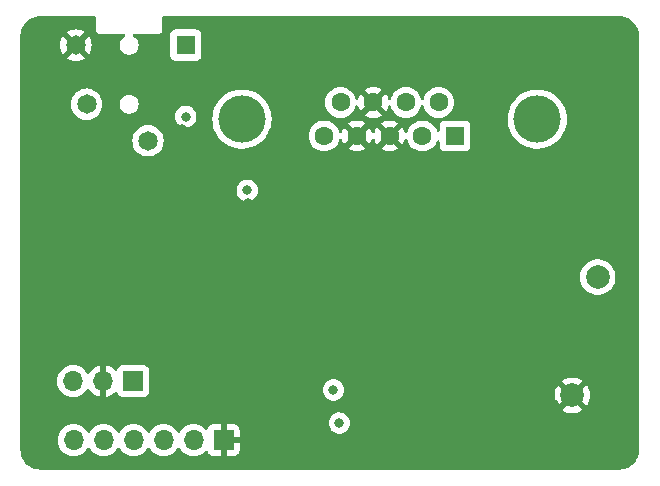
<source format=gbr>
%TF.GenerationSoftware,KiCad,Pcbnew,7.0.7-7.0.7~ubuntu22.04.1*%
%TF.CreationDate,2023-09-02T15:09:26-04:00*%
%TF.ProjectId,avclan-mockingboard-rounded,6176636c-616e-42d6-9d6f-636b696e6762,rev?*%
%TF.SameCoordinates,Original*%
%TF.FileFunction,Copper,L2,Inr*%
%TF.FilePolarity,Positive*%
%FSLAX46Y46*%
G04 Gerber Fmt 4.6, Leading zero omitted, Abs format (unit mm)*
G04 Created by KiCad (PCBNEW 7.0.7-7.0.7~ubuntu22.04.1) date 2023-09-02 15:09:26*
%MOMM*%
%LPD*%
G01*
G04 APERTURE LIST*
%TA.AperFunction,ComponentPad*%
%ADD10C,2.000000*%
%TD*%
%TA.AperFunction,ComponentPad*%
%ADD11R,1.700000X1.700000*%
%TD*%
%TA.AperFunction,ComponentPad*%
%ADD12O,1.700000X1.700000*%
%TD*%
%TA.AperFunction,ComponentPad*%
%ADD13R,1.650000X1.650000*%
%TD*%
%TA.AperFunction,ComponentPad*%
%ADD14C,1.650000*%
%TD*%
%TA.AperFunction,ComponentPad*%
%ADD15C,4.000000*%
%TD*%
%TA.AperFunction,ComponentPad*%
%ADD16R,1.600000X1.600000*%
%TD*%
%TA.AperFunction,ComponentPad*%
%ADD17C,1.600000*%
%TD*%
%TA.AperFunction,ViaPad*%
%ADD18C,0.800000*%
%TD*%
G04 APERTURE END LIST*
D10*
%TO.N,+12V*%
%TO.C,RV1*%
X49175000Y-22400000D03*
%TO.N,GND*%
X47025000Y-32400000D03*
%TD*%
D11*
%TO.N,GND*%
%TO.C,J4*%
X17500000Y-36200000D03*
D12*
%TO.N,CTS*%
X14960000Y-36200000D03*
%TO.N,SERIAL_PWR*%
X12420000Y-36200000D03*
%TO.N,TxD*%
X9880000Y-36200000D03*
%TO.N,RxD*%
X7340000Y-36200000D03*
%TO.N,RTS*%
X4800000Y-36200000D03*
%TD*%
D13*
%TO.N,Net-(J1-S)*%
%TO.C,J1*%
X14300000Y-2750000D03*
D14*
%TO.N,AUDIO_L*%
X5900000Y-7750000D03*
%TO.N,AUDIO_R*%
X11100000Y-10850000D03*
%TO.N,GND*%
X5000000Y-2750000D03*
%TD*%
D15*
%TO.N,N/C*%
%TO.C,J2*%
X44055000Y-9020000D03*
X19055000Y-9020000D03*
D16*
%TO.N,+12V*%
X37095000Y-10440000D03*
D17*
%TO.N,AVCLAN_BUS_TX+*%
X34325000Y-10440000D03*
%TO.N,GND*%
X31555000Y-10440000D03*
X28785000Y-10440000D03*
%TO.N,/AUDIO-R*%
X26015000Y-10440000D03*
%TO.N,Net-(J2-IGN{slash}ACC)*%
X35710000Y-7600000D03*
%TO.N,AVCLAN_BUS_TX-*%
X32940000Y-7600000D03*
%TO.N,GND*%
X30170000Y-7600000D03*
%TO.N,/AUDIO-L*%
X27400000Y-7600000D03*
%TD*%
D11*
%TO.N,UPDI_PWR*%
%TO.C,J3*%
X9850000Y-31200000D03*
D12*
%TO.N,GND*%
X7310000Y-31200000D03*
%TO.N,Net-(J3-Pin_3)*%
X4770000Y-31200000D03*
%TD*%
D18*
%TO.N,GND*%
X24500000Y-7300000D03*
X10250000Y-6100000D03*
X13950000Y-9850000D03*
X51500000Y-19500000D03*
X37750000Y-25500000D03*
X6000000Y-1000000D03*
X25000000Y-33100000D03*
X15500000Y-6050000D03*
X45500000Y-37500000D03*
X51500000Y-1500000D03*
X51500000Y-28500000D03*
X12300000Y-32000000D03*
X19537500Y-16150000D03*
X13200000Y-32900000D03*
X12400000Y-12700000D03*
X51500000Y-10500000D03*
X45750000Y-28250000D03*
X26000000Y-12500000D03*
X47000000Y-12250000D03*
X47800000Y-6600000D03*
X41800000Y-36500000D03*
X38250000Y-37500000D03*
X41775000Y-29800000D03*
X6200000Y-10300000D03*
X45475000Y-33100000D03*
X1500000Y-9000000D03*
X44500000Y-1000000D03*
X37500000Y-8500000D03*
X45750000Y-25750000D03*
X37000000Y-1000000D03*
X43500000Y-36500000D03*
X30800000Y-37500000D03*
X37675000Y-33050000D03*
X30000000Y-1000000D03*
X45475000Y-34550000D03*
X45475000Y-31450000D03*
X49400000Y-4800000D03*
X1500000Y-16500000D03*
X33000000Y-28000000D03*
X13000000Y-1000000D03*
X20000000Y-1000000D03*
X51000000Y-6600000D03*
X40100000Y-36500000D03*
X37250000Y-20500000D03*
X13500000Y-16300000D03*
X37975000Y-34550000D03*
X30600000Y-31400000D03*
X51500000Y-37500000D03*
X1500000Y-1500000D03*
X18000000Y-12500000D03*
X31000000Y-27200000D03*
X38700000Y-15300000D03*
X40075000Y-29800000D03*
X37975000Y-31450000D03*
X43475000Y-29550000D03*
%TO.N,+5V*%
X26800000Y-31950000D03*
X19500000Y-15050000D03*
%TO.N,UPDI_PWR*%
X27300000Y-34750000D03*
%TO.N,Net-(J1-S)*%
X14300000Y-8800000D03*
%TD*%
%TA.AperFunction,Conductor*%
%TO.N,GND*%
G36*
X6642539Y-320185D02*
G01*
X6688294Y-372989D01*
X6699500Y-424500D01*
X6699500Y-1440784D01*
X6696437Y-1462745D01*
X6695598Y-1471792D01*
X6699235Y-1511035D01*
X6699500Y-1516758D01*
X6699500Y-1527843D01*
X6699501Y-1527855D01*
X6701536Y-1538749D01*
X6702327Y-1544415D01*
X6705964Y-1583658D01*
X6708443Y-1592372D01*
X6711667Y-1601989D01*
X6714938Y-1610432D01*
X6714939Y-1610433D01*
X6735690Y-1643948D01*
X6738467Y-1648933D01*
X6744442Y-1660931D01*
X6756042Y-1684228D01*
X6761526Y-1691490D01*
X6767957Y-1699235D01*
X6774080Y-1705951D01*
X6805535Y-1729706D01*
X6809943Y-1733366D01*
X6810006Y-1733423D01*
X6839067Y-1759916D01*
X6839068Y-1759916D01*
X6839069Y-1759917D01*
X6846797Y-1764702D01*
X6855580Y-1769594D01*
X6863732Y-1773653D01*
X6863736Y-1773656D01*
X6901660Y-1784445D01*
X6907054Y-1786253D01*
X6943827Y-1800500D01*
X6943829Y-1800500D01*
X6952755Y-1802169D01*
X6962742Y-1803562D01*
X6971792Y-1804401D01*
X6971792Y-1804400D01*
X6971793Y-1804401D01*
X6980847Y-1803562D01*
X7011036Y-1800765D01*
X7016759Y-1800500D01*
X9068580Y-1800500D01*
X9135619Y-1820185D01*
X9181374Y-1872989D01*
X9191318Y-1942147D01*
X9162293Y-2005703D01*
X9134552Y-2029494D01*
X8995227Y-2117036D01*
X8867036Y-2245227D01*
X8770583Y-2398732D01*
X8770582Y-2398735D01*
X8710705Y-2569854D01*
X8690409Y-2749996D01*
X8690409Y-2750003D01*
X8710705Y-2930145D01*
X8770582Y-3101264D01*
X8770583Y-3101267D01*
X8820463Y-3180651D01*
X8867036Y-3254772D01*
X8995228Y-3382964D01*
X9148732Y-3479416D01*
X9319849Y-3539293D01*
X9319852Y-3539293D01*
X9319854Y-3539294D01*
X9410799Y-3549540D01*
X9454810Y-3554499D01*
X9454813Y-3554500D01*
X9454816Y-3554500D01*
X9545187Y-3554500D01*
X9545188Y-3554499D01*
X9612667Y-3546896D01*
X9680145Y-3539294D01*
X9680146Y-3539293D01*
X9680151Y-3539293D01*
X9851268Y-3479416D01*
X10004772Y-3382964D01*
X10132964Y-3254772D01*
X10229416Y-3101268D01*
X10289293Y-2930151D01*
X10289294Y-2930145D01*
X10309591Y-2750003D01*
X10309591Y-2749996D01*
X10289294Y-2569854D01*
X10289293Y-2569852D01*
X10289293Y-2569849D01*
X10229416Y-2398732D01*
X10132964Y-2245228D01*
X10004772Y-2117036D01*
X9865447Y-2029493D01*
X9819157Y-1977160D01*
X9808508Y-1908106D01*
X9836883Y-1844258D01*
X9895273Y-1805886D01*
X9931420Y-1800500D01*
X11940785Y-1800500D01*
X11962742Y-1803562D01*
X11971792Y-1804401D01*
X11971792Y-1804400D01*
X11971793Y-1804401D01*
X11980847Y-1803562D01*
X12011036Y-1800765D01*
X12016759Y-1800500D01*
X12027844Y-1800500D01*
X12038757Y-1798459D01*
X12044387Y-1797673D01*
X12083660Y-1794035D01*
X12083665Y-1794032D01*
X12092421Y-1791541D01*
X12101940Y-1788350D01*
X12110431Y-1785061D01*
X12110433Y-1785061D01*
X12143965Y-1764297D01*
X12148919Y-1761538D01*
X12184228Y-1743958D01*
X12184228Y-1743957D01*
X12191523Y-1738448D01*
X12199197Y-1732076D01*
X12205949Y-1725921D01*
X12205949Y-1725920D01*
X12205952Y-1725919D01*
X12229715Y-1694449D01*
X12233341Y-1690082D01*
X12259916Y-1660933D01*
X12259918Y-1660927D01*
X12264721Y-1653170D01*
X12269579Y-1644448D01*
X12273650Y-1636271D01*
X12273656Y-1636264D01*
X12284445Y-1598338D01*
X12286251Y-1592951D01*
X12300500Y-1556173D01*
X12300500Y-1556170D01*
X12300501Y-1556168D01*
X12302172Y-1547229D01*
X12303561Y-1537276D01*
X12304401Y-1528207D01*
X12300765Y-1488964D01*
X12300500Y-1483241D01*
X12300500Y-424500D01*
X12320185Y-357461D01*
X12372989Y-311706D01*
X12424500Y-300500D01*
X50952405Y-300500D01*
X50997786Y-300500D01*
X51002208Y-300657D01*
X51233020Y-317165D01*
X51250529Y-319683D01*
X51470144Y-367458D01*
X51487103Y-372437D01*
X51697694Y-450983D01*
X51713777Y-458327D01*
X51911036Y-566040D01*
X51925919Y-575605D01*
X52105836Y-710289D01*
X52119207Y-721875D01*
X52278124Y-880792D01*
X52289710Y-894163D01*
X52424394Y-1074080D01*
X52433959Y-1088963D01*
X52541669Y-1286217D01*
X52549019Y-1302311D01*
X52612231Y-1471792D01*
X52627559Y-1512887D01*
X52632543Y-1529862D01*
X52680316Y-1749470D01*
X52682834Y-1766982D01*
X52699342Y-1997788D01*
X52699500Y-2002212D01*
X52699500Y-36997786D01*
X52699342Y-37002210D01*
X52682834Y-37233017D01*
X52680316Y-37250529D01*
X52632543Y-37470137D01*
X52627559Y-37487112D01*
X52549019Y-37697688D01*
X52541669Y-37713782D01*
X52433959Y-37911036D01*
X52424394Y-37925919D01*
X52289710Y-38105836D01*
X52278124Y-38119207D01*
X52119207Y-38278124D01*
X52105836Y-38289710D01*
X51925919Y-38424394D01*
X51911036Y-38433959D01*
X51713782Y-38541669D01*
X51697688Y-38549019D01*
X51487112Y-38627559D01*
X51470137Y-38632543D01*
X51250529Y-38680316D01*
X51233017Y-38682834D01*
X51019172Y-38698128D01*
X51002208Y-38699342D01*
X50997786Y-38699500D01*
X2002214Y-38699500D01*
X1997791Y-38699342D01*
X1979142Y-38698008D01*
X1766982Y-38682834D01*
X1749470Y-38680316D01*
X1529862Y-38632543D01*
X1512887Y-38627559D01*
X1302311Y-38549019D01*
X1286217Y-38541669D01*
X1088963Y-38433959D01*
X1074080Y-38424394D01*
X894163Y-38289710D01*
X880792Y-38278124D01*
X721875Y-38119207D01*
X710289Y-38105836D01*
X575605Y-37925919D01*
X566040Y-37911036D01*
X458330Y-37713782D01*
X450983Y-37697694D01*
X372437Y-37487103D01*
X367458Y-37470144D01*
X319683Y-37250529D01*
X317165Y-37233017D01*
X311755Y-37157379D01*
X300657Y-37002208D01*
X300500Y-36997786D01*
X300500Y-36200000D01*
X3444341Y-36200000D01*
X3464936Y-36435403D01*
X3464938Y-36435413D01*
X3526094Y-36663655D01*
X3526096Y-36663659D01*
X3526097Y-36663663D01*
X3595408Y-36812301D01*
X3625965Y-36877830D01*
X3625967Y-36877834D01*
X3678183Y-36952405D01*
X3761505Y-37071401D01*
X3928599Y-37238495D01*
X4005135Y-37292086D01*
X4122165Y-37374032D01*
X4122167Y-37374033D01*
X4122170Y-37374035D01*
X4336337Y-37473903D01*
X4564592Y-37535063D01*
X4735319Y-37550000D01*
X4799999Y-37555659D01*
X4800000Y-37555659D01*
X4800001Y-37555659D01*
X4864681Y-37550000D01*
X5035408Y-37535063D01*
X5263663Y-37473903D01*
X5477830Y-37374035D01*
X5671401Y-37238495D01*
X5838495Y-37071401D01*
X5968426Y-36885841D01*
X6023002Y-36842217D01*
X6092500Y-36835023D01*
X6154855Y-36866546D01*
X6171575Y-36885842D01*
X6301500Y-37071395D01*
X6301505Y-37071401D01*
X6468599Y-37238495D01*
X6545135Y-37292086D01*
X6662165Y-37374032D01*
X6662167Y-37374033D01*
X6662170Y-37374035D01*
X6876337Y-37473903D01*
X7104592Y-37535063D01*
X7275319Y-37550000D01*
X7339999Y-37555659D01*
X7340000Y-37555659D01*
X7340001Y-37555659D01*
X7404681Y-37550000D01*
X7575408Y-37535063D01*
X7803663Y-37473903D01*
X8017830Y-37374035D01*
X8211401Y-37238495D01*
X8378495Y-37071401D01*
X8508426Y-36885840D01*
X8563001Y-36842217D01*
X8632499Y-36835023D01*
X8694854Y-36866546D01*
X8711574Y-36885841D01*
X8841505Y-37071401D01*
X9008599Y-37238495D01*
X9085135Y-37292086D01*
X9202165Y-37374032D01*
X9202167Y-37374033D01*
X9202170Y-37374035D01*
X9416337Y-37473903D01*
X9644592Y-37535063D01*
X9815319Y-37550000D01*
X9879999Y-37555659D01*
X9880000Y-37555659D01*
X9880001Y-37555659D01*
X9944681Y-37550000D01*
X10115408Y-37535063D01*
X10343663Y-37473903D01*
X10557830Y-37374035D01*
X10751401Y-37238495D01*
X10918495Y-37071401D01*
X11048426Y-36885841D01*
X11103002Y-36842217D01*
X11172500Y-36835023D01*
X11234855Y-36866546D01*
X11251575Y-36885842D01*
X11381500Y-37071395D01*
X11381505Y-37071401D01*
X11548599Y-37238495D01*
X11625135Y-37292086D01*
X11742165Y-37374032D01*
X11742167Y-37374033D01*
X11742170Y-37374035D01*
X11956337Y-37473903D01*
X12184592Y-37535063D01*
X12355319Y-37550000D01*
X12419999Y-37555659D01*
X12420000Y-37555659D01*
X12420001Y-37555659D01*
X12484681Y-37550000D01*
X12655408Y-37535063D01*
X12883663Y-37473903D01*
X13097830Y-37374035D01*
X13291401Y-37238495D01*
X13458495Y-37071401D01*
X13588426Y-36885841D01*
X13643002Y-36842217D01*
X13712500Y-36835023D01*
X13774855Y-36866546D01*
X13791575Y-36885842D01*
X13921500Y-37071395D01*
X13921505Y-37071401D01*
X14088599Y-37238495D01*
X14165135Y-37292086D01*
X14282165Y-37374032D01*
X14282167Y-37374033D01*
X14282170Y-37374035D01*
X14496337Y-37473903D01*
X14724592Y-37535063D01*
X14895319Y-37550000D01*
X14959999Y-37555659D01*
X14960000Y-37555659D01*
X14960001Y-37555659D01*
X15024681Y-37550000D01*
X15195408Y-37535063D01*
X15423663Y-37473903D01*
X15637830Y-37374035D01*
X15831401Y-37238495D01*
X15953717Y-37116178D01*
X16015036Y-37082696D01*
X16084728Y-37087680D01*
X16140662Y-37129551D01*
X16157577Y-37160528D01*
X16206646Y-37292088D01*
X16206649Y-37292093D01*
X16292809Y-37407187D01*
X16292812Y-37407190D01*
X16407906Y-37493350D01*
X16407913Y-37493354D01*
X16542620Y-37543596D01*
X16542627Y-37543598D01*
X16602155Y-37549999D01*
X16602172Y-37550000D01*
X17250000Y-37550000D01*
X17250000Y-36812301D01*
X17269685Y-36745262D01*
X17322489Y-36699507D01*
X17391647Y-36689563D01*
X17464237Y-36700000D01*
X17464238Y-36700000D01*
X17535762Y-36700000D01*
X17535763Y-36700000D01*
X17608353Y-36689563D01*
X17677512Y-36699507D01*
X17730315Y-36745262D01*
X17750000Y-36812301D01*
X17750000Y-37550000D01*
X18397828Y-37550000D01*
X18397844Y-37549999D01*
X18457372Y-37543598D01*
X18457379Y-37543596D01*
X18592086Y-37493354D01*
X18592093Y-37493350D01*
X18707187Y-37407190D01*
X18707190Y-37407187D01*
X18793350Y-37292093D01*
X18793354Y-37292086D01*
X18843596Y-37157379D01*
X18843598Y-37157372D01*
X18849999Y-37097844D01*
X18850000Y-37097827D01*
X18850000Y-36450000D01*
X18113347Y-36450000D01*
X18046308Y-36430315D01*
X18000553Y-36377511D01*
X17990609Y-36308353D01*
X17994369Y-36291067D01*
X18000000Y-36271888D01*
X18000000Y-36128111D01*
X17994369Y-36108933D01*
X17994370Y-36039064D01*
X18032145Y-35980286D01*
X18095701Y-35951262D01*
X18113347Y-35950000D01*
X18850000Y-35950000D01*
X18850000Y-35302172D01*
X18849999Y-35302155D01*
X18843598Y-35242627D01*
X18843596Y-35242620D01*
X18793354Y-35107913D01*
X18793350Y-35107906D01*
X18707190Y-34992812D01*
X18707187Y-34992809D01*
X18592093Y-34906649D01*
X18592086Y-34906645D01*
X18457379Y-34856403D01*
X18457372Y-34856401D01*
X18397844Y-34850000D01*
X17750000Y-34850000D01*
X17750000Y-35587698D01*
X17730315Y-35654737D01*
X17677511Y-35700492D01*
X17608355Y-35710436D01*
X17535766Y-35700000D01*
X17535763Y-35700000D01*
X17464237Y-35700000D01*
X17464233Y-35700000D01*
X17391645Y-35710436D01*
X17322487Y-35700492D01*
X17269684Y-35654736D01*
X17250000Y-35587698D01*
X17250000Y-34850000D01*
X16602155Y-34850000D01*
X16542627Y-34856401D01*
X16542620Y-34856403D01*
X16407913Y-34906645D01*
X16407906Y-34906649D01*
X16292812Y-34992809D01*
X16292809Y-34992812D01*
X16206649Y-35107906D01*
X16206645Y-35107913D01*
X16157578Y-35239470D01*
X16115707Y-35295404D01*
X16050242Y-35319821D01*
X15981969Y-35304969D01*
X15953715Y-35283819D01*
X15909366Y-35239470D01*
X15831401Y-35161505D01*
X15831397Y-35161502D01*
X15831396Y-35161501D01*
X15637834Y-35025967D01*
X15637830Y-35025965D01*
X15566727Y-34992809D01*
X15423663Y-34926097D01*
X15423659Y-34926096D01*
X15423655Y-34926094D01*
X15195413Y-34864938D01*
X15195403Y-34864936D01*
X14960001Y-34844341D01*
X14959999Y-34844341D01*
X14724596Y-34864936D01*
X14724586Y-34864938D01*
X14496344Y-34926094D01*
X14496335Y-34926098D01*
X14282171Y-35025964D01*
X14282169Y-35025965D01*
X14088597Y-35161505D01*
X13921505Y-35328597D01*
X13791575Y-35514158D01*
X13736998Y-35557783D01*
X13667500Y-35564977D01*
X13605145Y-35533454D01*
X13588425Y-35514158D01*
X13458494Y-35328597D01*
X13291402Y-35161506D01*
X13291395Y-35161501D01*
X13097834Y-35025967D01*
X13097830Y-35025965D01*
X13026727Y-34992809D01*
X12883663Y-34926097D01*
X12883659Y-34926096D01*
X12883655Y-34926094D01*
X12655413Y-34864938D01*
X12655403Y-34864936D01*
X12420001Y-34844341D01*
X12419999Y-34844341D01*
X12184596Y-34864936D01*
X12184586Y-34864938D01*
X11956344Y-34926094D01*
X11956335Y-34926098D01*
X11742171Y-35025964D01*
X11742169Y-35025965D01*
X11548597Y-35161505D01*
X11381505Y-35328597D01*
X11251575Y-35514158D01*
X11196998Y-35557783D01*
X11127500Y-35564977D01*
X11065145Y-35533454D01*
X11048425Y-35514158D01*
X10918494Y-35328597D01*
X10751402Y-35161506D01*
X10751395Y-35161501D01*
X10557834Y-35025967D01*
X10557830Y-35025965D01*
X10486727Y-34992809D01*
X10343663Y-34926097D01*
X10343659Y-34926096D01*
X10343655Y-34926094D01*
X10115413Y-34864938D01*
X10115403Y-34864936D01*
X9880001Y-34844341D01*
X9879999Y-34844341D01*
X9644596Y-34864936D01*
X9644586Y-34864938D01*
X9416344Y-34926094D01*
X9416335Y-34926098D01*
X9202171Y-35025964D01*
X9202169Y-35025965D01*
X9008597Y-35161505D01*
X8841508Y-35328594D01*
X8711574Y-35514159D01*
X8656997Y-35557784D01*
X8587498Y-35564976D01*
X8525144Y-35533454D01*
X8508424Y-35514158D01*
X8378494Y-35328597D01*
X8211402Y-35161506D01*
X8211395Y-35161501D01*
X8017834Y-35025967D01*
X8017830Y-35025965D01*
X7946727Y-34992809D01*
X7803663Y-34926097D01*
X7803659Y-34926096D01*
X7803655Y-34926094D01*
X7575413Y-34864938D01*
X7575403Y-34864936D01*
X7340001Y-34844341D01*
X7339999Y-34844341D01*
X7104596Y-34864936D01*
X7104586Y-34864938D01*
X6876344Y-34926094D01*
X6876335Y-34926098D01*
X6662171Y-35025964D01*
X6662169Y-35025965D01*
X6468597Y-35161505D01*
X6301505Y-35328597D01*
X6171575Y-35514158D01*
X6116998Y-35557783D01*
X6047500Y-35564977D01*
X5985145Y-35533454D01*
X5968425Y-35514158D01*
X5838494Y-35328597D01*
X5671402Y-35161506D01*
X5671395Y-35161501D01*
X5477834Y-35025967D01*
X5477830Y-35025965D01*
X5406727Y-34992809D01*
X5263663Y-34926097D01*
X5263659Y-34926096D01*
X5263655Y-34926094D01*
X5035413Y-34864938D01*
X5035403Y-34864936D01*
X4800001Y-34844341D01*
X4799999Y-34844341D01*
X4564596Y-34864936D01*
X4564586Y-34864938D01*
X4336344Y-34926094D01*
X4336335Y-34926098D01*
X4122171Y-35025964D01*
X4122169Y-35025965D01*
X3928597Y-35161505D01*
X3761505Y-35328597D01*
X3625965Y-35522169D01*
X3625964Y-35522171D01*
X3526098Y-35736335D01*
X3526094Y-35736344D01*
X3464938Y-35964586D01*
X3464936Y-35964596D01*
X3444341Y-36199999D01*
X3444341Y-36200000D01*
X300500Y-36200000D01*
X300500Y-34750000D01*
X26394540Y-34750000D01*
X26414326Y-34938256D01*
X26414327Y-34938259D01*
X26472818Y-35118277D01*
X26472821Y-35118284D01*
X26567467Y-35282216D01*
X26609229Y-35328597D01*
X26694129Y-35422888D01*
X26847265Y-35534148D01*
X26847270Y-35534151D01*
X27020192Y-35611142D01*
X27020197Y-35611144D01*
X27205354Y-35650500D01*
X27205355Y-35650500D01*
X27394644Y-35650500D01*
X27394646Y-35650500D01*
X27579803Y-35611144D01*
X27752730Y-35534151D01*
X27905871Y-35422888D01*
X28032533Y-35282216D01*
X28127179Y-35118284D01*
X28185674Y-34938256D01*
X28205460Y-34750000D01*
X28185674Y-34561744D01*
X28127179Y-34381716D01*
X28032533Y-34217784D01*
X27905871Y-34077112D01*
X27905870Y-34077111D01*
X27752734Y-33965851D01*
X27752729Y-33965848D01*
X27579807Y-33888857D01*
X27579802Y-33888855D01*
X27434000Y-33857865D01*
X27394646Y-33849500D01*
X27205354Y-33849500D01*
X27172897Y-33856398D01*
X27020197Y-33888855D01*
X27020192Y-33888857D01*
X26847270Y-33965848D01*
X26847265Y-33965851D01*
X26694129Y-34077111D01*
X26567466Y-34217785D01*
X26472821Y-34381715D01*
X26472818Y-34381722D01*
X26414327Y-34561740D01*
X26414326Y-34561744D01*
X26394540Y-34750000D01*
X300500Y-34750000D01*
X300500Y-31200000D01*
X3414341Y-31200000D01*
X3434936Y-31435403D01*
X3434938Y-31435413D01*
X3496094Y-31663655D01*
X3496096Y-31663659D01*
X3496097Y-31663663D01*
X3590500Y-31866110D01*
X3595965Y-31877830D01*
X3595967Y-31877834D01*
X3664038Y-31975048D01*
X3731505Y-32071401D01*
X3898599Y-32238495D01*
X3995384Y-32306264D01*
X4092165Y-32374032D01*
X4092167Y-32374033D01*
X4092170Y-32374035D01*
X4306337Y-32473903D01*
X4534592Y-32535063D01*
X4711034Y-32550500D01*
X4769999Y-32555659D01*
X4770000Y-32555659D01*
X4770001Y-32555659D01*
X4828966Y-32550500D01*
X5005408Y-32535063D01*
X5233663Y-32473903D01*
X5447830Y-32374035D01*
X5641401Y-32238495D01*
X5808495Y-32071401D01*
X5938730Y-31885405D01*
X5993307Y-31841781D01*
X6062805Y-31834587D01*
X6125160Y-31866110D01*
X6141879Y-31885405D01*
X6271890Y-32071078D01*
X6438917Y-32238105D01*
X6632421Y-32373600D01*
X6846507Y-32473429D01*
X6846516Y-32473433D01*
X7059998Y-32530635D01*
X7059998Y-31812300D01*
X7079682Y-31745261D01*
X7132486Y-31699506D01*
X7201642Y-31689562D01*
X7274237Y-31700000D01*
X7274240Y-31700000D01*
X7345762Y-31700000D01*
X7345763Y-31700000D01*
X7418353Y-31689563D01*
X7487512Y-31699507D01*
X7540315Y-31745262D01*
X7560000Y-31812301D01*
X7560000Y-32530633D01*
X7773483Y-32473433D01*
X7773492Y-32473429D01*
X7987578Y-32373600D01*
X8181078Y-32238108D01*
X8303133Y-32116053D01*
X8364456Y-32082568D01*
X8434148Y-32087552D01*
X8490082Y-32129423D01*
X8506997Y-32160401D01*
X8556202Y-32292328D01*
X8556206Y-32292335D01*
X8642452Y-32407544D01*
X8642455Y-32407547D01*
X8757664Y-32493793D01*
X8757671Y-32493797D01*
X8892517Y-32544091D01*
X8892516Y-32544091D01*
X8899444Y-32544835D01*
X8952127Y-32550500D01*
X10747872Y-32550499D01*
X10807483Y-32544091D01*
X10942331Y-32493796D01*
X11057546Y-32407546D01*
X11143796Y-32292331D01*
X11194091Y-32157483D01*
X11200500Y-32097873D01*
X11200500Y-31950000D01*
X25894540Y-31950000D01*
X25914326Y-32138256D01*
X25914327Y-32138259D01*
X25972818Y-32318277D01*
X25972821Y-32318284D01*
X26067467Y-32482216D01*
X26133596Y-32555659D01*
X26194129Y-32622888D01*
X26347265Y-32734148D01*
X26347270Y-32734151D01*
X26520192Y-32811142D01*
X26520197Y-32811144D01*
X26705354Y-32850500D01*
X26705355Y-32850500D01*
X26894644Y-32850500D01*
X26894646Y-32850500D01*
X27079803Y-32811144D01*
X27252730Y-32734151D01*
X27405871Y-32622888D01*
X27532533Y-32482216D01*
X27579997Y-32400005D01*
X45519859Y-32400005D01*
X45540385Y-32647729D01*
X45540387Y-32647738D01*
X45601412Y-32888717D01*
X45701266Y-33116364D01*
X45801564Y-33269882D01*
X46416050Y-32655395D01*
X46477373Y-32621910D01*
X46547064Y-32626894D01*
X46602998Y-32668765D01*
X46608039Y-32676025D01*
X46643239Y-32730798D01*
X46735964Y-32811144D01*
X46758602Y-32830759D01*
X46756293Y-32833422D01*
X46791006Y-32873499D01*
X46800935Y-32942660D01*
X46771898Y-33006210D01*
X46765882Y-33012669D01*
X46154942Y-33623609D01*
X46201768Y-33660055D01*
X46201770Y-33660056D01*
X46420385Y-33778364D01*
X46420396Y-33778369D01*
X46655506Y-33859083D01*
X46900707Y-33900000D01*
X47149293Y-33900000D01*
X47394493Y-33859083D01*
X47629603Y-33778369D01*
X47629614Y-33778364D01*
X47848228Y-33660057D01*
X47848231Y-33660055D01*
X47895056Y-33623609D01*
X47284116Y-33012669D01*
X47250631Y-32951346D01*
X47255615Y-32881654D01*
X47292641Y-32832193D01*
X47291398Y-32830759D01*
X47298100Y-32824952D01*
X47406761Y-32730798D01*
X47441954Y-32676037D01*
X47494755Y-32630283D01*
X47563914Y-32620339D01*
X47627470Y-32649363D01*
X47633949Y-32655396D01*
X48248434Y-33269882D01*
X48348731Y-33116369D01*
X48448587Y-32888717D01*
X48509612Y-32647738D01*
X48509614Y-32647729D01*
X48530141Y-32400005D01*
X48530141Y-32399994D01*
X48509614Y-32152270D01*
X48509612Y-32152261D01*
X48448587Y-31911282D01*
X48348731Y-31683630D01*
X48248434Y-31530116D01*
X47633949Y-32144602D01*
X47572626Y-32178087D01*
X47502934Y-32173103D01*
X47447001Y-32131231D01*
X47441953Y-32123961D01*
X47406761Y-32069202D01*
X47291398Y-31969241D01*
X47293698Y-31966585D01*
X47258960Y-31926428D01*
X47249074Y-31857261D01*
X47278152Y-31793729D01*
X47284116Y-31787329D01*
X47895056Y-31176389D01*
X47848229Y-31139943D01*
X47629614Y-31021635D01*
X47629603Y-31021630D01*
X47394493Y-30940916D01*
X47149293Y-30900000D01*
X46900707Y-30900000D01*
X46655506Y-30940916D01*
X46420396Y-31021630D01*
X46420390Y-31021632D01*
X46201761Y-31139949D01*
X46154942Y-31176388D01*
X46154942Y-31176390D01*
X46765883Y-31787330D01*
X46799368Y-31848653D01*
X46794384Y-31918344D01*
X46757358Y-31967805D01*
X46758602Y-31969241D01*
X46643238Y-32069202D01*
X46608046Y-32123962D01*
X46555242Y-32169717D01*
X46486083Y-32179660D01*
X46422528Y-32150634D01*
X46416050Y-32144603D01*
X45801564Y-31530116D01*
X45701267Y-31683632D01*
X45601412Y-31911282D01*
X45540387Y-32152261D01*
X45540385Y-32152270D01*
X45519859Y-32399994D01*
X45519859Y-32400005D01*
X27579997Y-32400005D01*
X27627179Y-32318284D01*
X27685674Y-32138256D01*
X27705460Y-31950000D01*
X27685674Y-31761744D01*
X27627179Y-31581716D01*
X27532533Y-31417784D01*
X27405871Y-31277112D01*
X27405870Y-31277111D01*
X27252734Y-31165851D01*
X27252729Y-31165848D01*
X27079807Y-31088857D01*
X27079802Y-31088855D01*
X26934000Y-31057865D01*
X26894646Y-31049500D01*
X26705354Y-31049500D01*
X26672897Y-31056398D01*
X26520197Y-31088855D01*
X26520192Y-31088857D01*
X26347270Y-31165848D01*
X26347265Y-31165851D01*
X26194129Y-31277111D01*
X26067466Y-31417785D01*
X25972821Y-31581715D01*
X25972818Y-31581722D01*
X25919681Y-31745262D01*
X25914326Y-31761744D01*
X25894540Y-31950000D01*
X11200500Y-31950000D01*
X11200499Y-30302128D01*
X11194091Y-30242517D01*
X11193002Y-30239598D01*
X11143797Y-30107671D01*
X11143793Y-30107664D01*
X11057547Y-29992455D01*
X11057544Y-29992452D01*
X10942335Y-29906206D01*
X10942328Y-29906202D01*
X10807482Y-29855908D01*
X10807483Y-29855908D01*
X10747883Y-29849501D01*
X10747881Y-29849500D01*
X10747873Y-29849500D01*
X10747864Y-29849500D01*
X8952129Y-29849500D01*
X8952123Y-29849501D01*
X8892516Y-29855908D01*
X8757671Y-29906202D01*
X8757664Y-29906206D01*
X8642455Y-29992452D01*
X8642452Y-29992455D01*
X8556206Y-30107664D01*
X8556202Y-30107671D01*
X8506997Y-30239598D01*
X8465126Y-30295532D01*
X8399661Y-30319949D01*
X8331388Y-30305097D01*
X8303134Y-30283946D01*
X8181082Y-30161894D01*
X7987578Y-30026399D01*
X7773492Y-29926570D01*
X7773486Y-29926567D01*
X7560000Y-29869364D01*
X7560000Y-30587698D01*
X7540315Y-30654737D01*
X7487511Y-30700492D01*
X7418355Y-30710436D01*
X7345766Y-30700000D01*
X7345763Y-30700000D01*
X7274237Y-30700000D01*
X7201646Y-30710437D01*
X7132487Y-30700493D01*
X7079683Y-30654738D01*
X7059999Y-30587699D01*
X7059999Y-29869364D01*
X7059998Y-29869364D01*
X6846505Y-29926570D01*
X6632422Y-30026399D01*
X6632420Y-30026400D01*
X6438926Y-30161886D01*
X6438920Y-30161891D01*
X6271891Y-30328920D01*
X6271890Y-30328922D01*
X6141880Y-30514595D01*
X6087303Y-30558219D01*
X6017804Y-30565412D01*
X5955450Y-30533890D01*
X5938730Y-30514594D01*
X5808494Y-30328597D01*
X5641402Y-30161506D01*
X5641395Y-30161501D01*
X5447834Y-30025967D01*
X5447830Y-30025965D01*
X5447828Y-30025964D01*
X5233663Y-29926097D01*
X5233659Y-29926096D01*
X5233655Y-29926094D01*
X5005413Y-29864938D01*
X5005403Y-29864936D01*
X4770001Y-29844341D01*
X4769999Y-29844341D01*
X4534596Y-29864936D01*
X4534586Y-29864938D01*
X4306344Y-29926094D01*
X4306335Y-29926098D01*
X4092171Y-30025964D01*
X4092169Y-30025965D01*
X3898597Y-30161505D01*
X3731505Y-30328597D01*
X3595965Y-30522169D01*
X3595964Y-30522171D01*
X3496098Y-30736335D01*
X3496094Y-30736344D01*
X3434938Y-30964586D01*
X3434936Y-30964596D01*
X3414341Y-31199999D01*
X3414341Y-31200000D01*
X300500Y-31200000D01*
X300500Y-22400005D01*
X47669357Y-22400005D01*
X47689890Y-22647812D01*
X47689892Y-22647824D01*
X47750936Y-22888881D01*
X47850826Y-23116606D01*
X47986833Y-23324782D01*
X47986836Y-23324785D01*
X48155256Y-23507738D01*
X48351491Y-23660474D01*
X48570190Y-23778828D01*
X48805386Y-23859571D01*
X49050665Y-23900500D01*
X49299335Y-23900500D01*
X49544614Y-23859571D01*
X49779810Y-23778828D01*
X49998509Y-23660474D01*
X50194744Y-23507738D01*
X50363164Y-23324785D01*
X50499173Y-23116607D01*
X50599063Y-22888881D01*
X50660108Y-22647821D01*
X50680643Y-22400000D01*
X50660108Y-22152179D01*
X50599063Y-21911119D01*
X50499173Y-21683393D01*
X50499173Y-21683392D01*
X50363166Y-21475217D01*
X50341557Y-21451744D01*
X50194744Y-21292262D01*
X49998509Y-21139526D01*
X49998507Y-21139525D01*
X49998506Y-21139524D01*
X49779811Y-21021172D01*
X49779802Y-21021169D01*
X49544616Y-20940429D01*
X49299335Y-20899500D01*
X49050665Y-20899500D01*
X48805383Y-20940429D01*
X48570197Y-21021169D01*
X48570188Y-21021172D01*
X48351493Y-21139524D01*
X48155257Y-21292261D01*
X47986833Y-21475217D01*
X47850826Y-21683393D01*
X47750936Y-21911118D01*
X47689892Y-22152175D01*
X47689890Y-22152187D01*
X47669357Y-22399994D01*
X47669357Y-22400005D01*
X300500Y-22400005D01*
X300500Y-15050000D01*
X18594540Y-15050000D01*
X18614326Y-15238256D01*
X18614327Y-15238259D01*
X18672818Y-15418277D01*
X18672821Y-15418284D01*
X18767467Y-15582216D01*
X18894129Y-15722887D01*
X18894129Y-15722888D01*
X19047265Y-15834148D01*
X19047270Y-15834151D01*
X19220192Y-15911142D01*
X19220197Y-15911144D01*
X19405354Y-15950500D01*
X19405355Y-15950500D01*
X19594644Y-15950500D01*
X19594646Y-15950500D01*
X19779803Y-15911144D01*
X19952730Y-15834151D01*
X20105871Y-15722888D01*
X20232533Y-15582216D01*
X20327179Y-15418284D01*
X20385674Y-15238256D01*
X20405460Y-15050000D01*
X20385674Y-14861744D01*
X20327179Y-14681716D01*
X20232533Y-14517784D01*
X20105871Y-14377112D01*
X20105870Y-14377111D01*
X19952734Y-14265851D01*
X19952729Y-14265848D01*
X19779807Y-14188857D01*
X19779802Y-14188855D01*
X19634001Y-14157865D01*
X19594646Y-14149500D01*
X19405354Y-14149500D01*
X19372897Y-14156398D01*
X19220197Y-14188855D01*
X19220192Y-14188857D01*
X19047270Y-14265848D01*
X19047265Y-14265851D01*
X18894129Y-14377111D01*
X18767466Y-14517785D01*
X18672821Y-14681715D01*
X18672818Y-14681722D01*
X18614327Y-14861740D01*
X18614326Y-14861744D01*
X18594540Y-15050000D01*
X300500Y-15050000D01*
X300500Y-10850001D01*
X9769437Y-10850001D01*
X9789650Y-11081044D01*
X9789651Y-11081051D01*
X9849678Y-11305074D01*
X9849679Y-11305076D01*
X9849680Y-11305079D01*
X9947699Y-11515282D01*
X10080730Y-11705269D01*
X10244731Y-11869270D01*
X10434718Y-12002301D01*
X10644921Y-12100320D01*
X10868950Y-12160349D01*
X11033985Y-12174787D01*
X11099998Y-12180563D01*
X11100000Y-12180563D01*
X11100002Y-12180563D01*
X11157762Y-12175509D01*
X11331050Y-12160349D01*
X11555079Y-12100320D01*
X11765282Y-12002301D01*
X11955269Y-11869270D01*
X12119270Y-11705269D01*
X12252301Y-11515282D01*
X12350320Y-11305079D01*
X12410349Y-11081050D01*
X12430563Y-10850000D01*
X12426197Y-10800101D01*
X12418843Y-10716036D01*
X12410349Y-10618950D01*
X12350320Y-10394921D01*
X12252301Y-10184719D01*
X12252299Y-10184716D01*
X12252298Y-10184714D01*
X12119273Y-9994735D01*
X12119268Y-9994729D01*
X11955269Y-9830730D01*
X11893549Y-9787513D01*
X11765282Y-9697699D01*
X11555079Y-9599680D01*
X11555076Y-9599679D01*
X11555074Y-9599678D01*
X11331051Y-9539651D01*
X11331044Y-9539650D01*
X11100002Y-9519437D01*
X11099998Y-9519437D01*
X10868955Y-9539650D01*
X10868948Y-9539651D01*
X10644917Y-9599681D01*
X10434718Y-9697699D01*
X10434714Y-9697701D01*
X10244735Y-9830726D01*
X10244729Y-9830731D01*
X10080731Y-9994729D01*
X10080726Y-9994735D01*
X9947701Y-10184714D01*
X9947699Y-10184718D01*
X9849681Y-10394917D01*
X9789651Y-10618948D01*
X9789650Y-10618955D01*
X9769437Y-10849998D01*
X9769437Y-10850001D01*
X300500Y-10850001D01*
X300500Y-7750001D01*
X4569437Y-7750001D01*
X4589650Y-7981044D01*
X4589651Y-7981051D01*
X4649678Y-8205074D01*
X4649679Y-8205076D01*
X4649680Y-8205079D01*
X4747699Y-8415282D01*
X4880730Y-8605269D01*
X5044731Y-8769270D01*
X5234718Y-8902301D01*
X5444921Y-9000320D01*
X5668950Y-9060349D01*
X5833985Y-9074787D01*
X5899998Y-9080563D01*
X5900000Y-9080563D01*
X5900002Y-9080563D01*
X5957762Y-9075509D01*
X6131050Y-9060349D01*
X6355079Y-9000320D01*
X6565282Y-8902301D01*
X6711382Y-8800000D01*
X13394540Y-8800000D01*
X13414326Y-8988256D01*
X13414327Y-8988259D01*
X13472818Y-9168277D01*
X13472821Y-9168284D01*
X13567467Y-9332216D01*
X13664474Y-9439953D01*
X13694129Y-9472888D01*
X13847265Y-9584148D01*
X13847270Y-9584151D01*
X14020192Y-9661142D01*
X14020197Y-9661144D01*
X14205354Y-9700500D01*
X14205355Y-9700500D01*
X14394644Y-9700500D01*
X14394646Y-9700500D01*
X14579803Y-9661144D01*
X14752730Y-9584151D01*
X14905871Y-9472888D01*
X15032533Y-9332216D01*
X15127179Y-9168284D01*
X15175358Y-9020005D01*
X16549556Y-9020005D01*
X16569310Y-9334004D01*
X16569311Y-9334011D01*
X16581455Y-9397671D01*
X16619990Y-9599681D01*
X16628270Y-9643083D01*
X16725497Y-9942316D01*
X16725499Y-9942321D01*
X16859461Y-10227003D01*
X16859464Y-10227009D01*
X17028051Y-10492661D01*
X17028054Y-10492665D01*
X17228606Y-10735090D01*
X17228608Y-10735092D01*
X17228610Y-10735094D01*
X17418592Y-10913499D01*
X17457968Y-10950476D01*
X17457978Y-10950484D01*
X17712504Y-11135408D01*
X17712509Y-11135410D01*
X17712516Y-11135416D01*
X17988234Y-11286994D01*
X17988239Y-11286996D01*
X17988241Y-11286997D01*
X17988242Y-11286998D01*
X18280771Y-11402818D01*
X18280774Y-11402819D01*
X18585523Y-11481065D01*
X18585527Y-11481066D01*
X18651010Y-11489338D01*
X18897670Y-11520499D01*
X18897679Y-11520499D01*
X18897682Y-11520500D01*
X18897684Y-11520500D01*
X19212316Y-11520500D01*
X19212318Y-11520500D01*
X19212321Y-11520499D01*
X19212329Y-11520499D01*
X19398593Y-11496968D01*
X19524473Y-11481066D01*
X19829225Y-11402819D01*
X19829228Y-11402818D01*
X20121757Y-11286998D01*
X20121758Y-11286997D01*
X20121756Y-11286997D01*
X20121766Y-11286994D01*
X20397484Y-11135416D01*
X20652030Y-10950478D01*
X20881390Y-10735094D01*
X21081947Y-10492663D01*
X21115367Y-10440001D01*
X24709532Y-10440001D01*
X24729364Y-10666686D01*
X24729366Y-10666697D01*
X24788258Y-10886488D01*
X24788261Y-10886497D01*
X24884431Y-11092732D01*
X24884432Y-11092734D01*
X25014954Y-11279141D01*
X25175858Y-11440045D01*
X25175861Y-11440047D01*
X25362266Y-11570568D01*
X25568504Y-11666739D01*
X25788308Y-11725635D01*
X25950230Y-11739801D01*
X26014998Y-11745468D01*
X26015000Y-11745468D01*
X26015002Y-11745468D01*
X26071807Y-11740498D01*
X26241692Y-11725635D01*
X26461496Y-11666739D01*
X26667734Y-11570568D01*
X26854139Y-11440047D01*
X27015047Y-11279139D01*
X27145568Y-11092734D01*
X27241739Y-10886496D01*
X27280484Y-10741895D01*
X27316847Y-10682238D01*
X27379694Y-10651708D01*
X27449070Y-10660002D01*
X27502948Y-10704487D01*
X27520033Y-10741897D01*
X27558731Y-10886319D01*
X27558734Y-10886326D01*
X27654865Y-11092481D01*
X27654866Y-11092483D01*
X27705973Y-11165471D01*
X27705973Y-11165472D01*
X28176049Y-10695395D01*
X28237372Y-10661910D01*
X28307063Y-10666894D01*
X28362997Y-10708765D01*
X28368045Y-10716036D01*
X28384666Y-10741898D01*
X28403239Y-10770798D01*
X28494645Y-10850001D01*
X28518602Y-10870759D01*
X28516293Y-10873422D01*
X28551006Y-10913499D01*
X28560935Y-10982660D01*
X28531898Y-11046210D01*
X28525882Y-11052669D01*
X28059526Y-11519025D01*
X28059526Y-11519026D01*
X28132512Y-11570131D01*
X28132516Y-11570133D01*
X28338673Y-11666265D01*
X28338682Y-11666269D01*
X28558389Y-11725139D01*
X28558400Y-11725141D01*
X28784998Y-11744966D01*
X28785002Y-11744966D01*
X29011599Y-11725141D01*
X29011610Y-11725139D01*
X29231317Y-11666269D01*
X29231331Y-11666264D01*
X29437478Y-11570136D01*
X29510472Y-11519025D01*
X29044116Y-11052669D01*
X29010631Y-10991346D01*
X29015615Y-10921654D01*
X29052641Y-10872193D01*
X29051398Y-10870759D01*
X29072121Y-10852803D01*
X29166761Y-10770798D01*
X29201955Y-10716034D01*
X29254754Y-10670283D01*
X29323913Y-10660338D01*
X29387469Y-10689362D01*
X29393949Y-10695395D01*
X29864025Y-11165472D01*
X29915136Y-11092478D01*
X30011264Y-10886331D01*
X30011269Y-10886317D01*
X30050225Y-10740932D01*
X30086590Y-10681271D01*
X30149437Y-10650742D01*
X30218812Y-10659037D01*
X30272690Y-10703522D01*
X30289775Y-10740932D01*
X30328730Y-10886317D01*
X30328734Y-10886326D01*
X30424865Y-11092481D01*
X30424866Y-11092483D01*
X30475973Y-11165471D01*
X30475973Y-11165472D01*
X30946049Y-10695395D01*
X31007372Y-10661910D01*
X31077063Y-10666894D01*
X31132997Y-10708765D01*
X31138045Y-10716036D01*
X31154666Y-10741898D01*
X31173239Y-10770798D01*
X31264645Y-10850001D01*
X31288602Y-10870759D01*
X31286293Y-10873422D01*
X31321006Y-10913499D01*
X31330935Y-10982660D01*
X31301898Y-11046210D01*
X31295882Y-11052669D01*
X30829526Y-11519025D01*
X30829526Y-11519026D01*
X30902512Y-11570131D01*
X30902516Y-11570133D01*
X31108673Y-11666265D01*
X31108682Y-11666269D01*
X31328389Y-11725139D01*
X31328400Y-11725141D01*
X31554998Y-11744966D01*
X31555002Y-11744966D01*
X31781599Y-11725141D01*
X31781610Y-11725139D01*
X32001317Y-11666269D01*
X32001331Y-11666264D01*
X32207478Y-11570136D01*
X32280472Y-11519025D01*
X31814116Y-11052669D01*
X31780631Y-10991346D01*
X31785615Y-10921654D01*
X31822641Y-10872193D01*
X31821398Y-10870759D01*
X31842121Y-10852803D01*
X31936761Y-10770798D01*
X31971955Y-10716034D01*
X32024754Y-10670283D01*
X32093913Y-10660338D01*
X32157469Y-10689362D01*
X32163949Y-10695395D01*
X32634025Y-11165472D01*
X32685136Y-11092478D01*
X32781264Y-10886331D01*
X32781269Y-10886317D01*
X32819966Y-10741898D01*
X32856331Y-10682237D01*
X32919178Y-10651708D01*
X32988553Y-10660003D01*
X33042431Y-10704488D01*
X33059516Y-10741898D01*
X33098258Y-10886488D01*
X33098261Y-10886497D01*
X33194431Y-11092732D01*
X33194432Y-11092734D01*
X33324954Y-11279141D01*
X33485858Y-11440045D01*
X33485861Y-11440047D01*
X33672266Y-11570568D01*
X33878504Y-11666739D01*
X34098308Y-11725635D01*
X34260230Y-11739801D01*
X34324998Y-11745468D01*
X34325000Y-11745468D01*
X34325002Y-11745468D01*
X34381807Y-11740498D01*
X34551692Y-11725635D01*
X34771496Y-11666739D01*
X34977734Y-11570568D01*
X35164139Y-11440047D01*
X35325047Y-11279139D01*
X35455568Y-11092734D01*
X35551739Y-10886496D01*
X35551741Y-10886488D01*
X35553593Y-10881402D01*
X35555689Y-10882165D01*
X35587032Y-10830670D01*
X35649859Y-10800101D01*
X35719240Y-10808352D01*
X35773146Y-10852803D01*
X35794463Y-10919341D01*
X35794500Y-10922371D01*
X35794500Y-11287869D01*
X35794501Y-11287876D01*
X35800908Y-11347483D01*
X35851202Y-11482328D01*
X35851206Y-11482335D01*
X35937452Y-11597544D01*
X35937455Y-11597547D01*
X36052664Y-11683793D01*
X36052671Y-11683797D01*
X36187517Y-11734091D01*
X36187516Y-11734091D01*
X36194444Y-11734835D01*
X36247127Y-11740500D01*
X37942872Y-11740499D01*
X38002483Y-11734091D01*
X38137331Y-11683796D01*
X38252546Y-11597546D01*
X38338796Y-11482331D01*
X38389091Y-11347483D01*
X38395500Y-11287873D01*
X38395499Y-9592128D01*
X38389091Y-9532517D01*
X38384212Y-9519437D01*
X38338797Y-9397671D01*
X38338793Y-9397664D01*
X38252547Y-9282455D01*
X38252544Y-9282452D01*
X38137335Y-9196206D01*
X38137328Y-9196202D01*
X38002482Y-9145908D01*
X38002483Y-9145908D01*
X37942883Y-9139501D01*
X37942881Y-9139500D01*
X37942873Y-9139500D01*
X37942864Y-9139500D01*
X36247129Y-9139500D01*
X36247123Y-9139501D01*
X36187516Y-9145908D01*
X36052671Y-9196202D01*
X36052664Y-9196206D01*
X35937455Y-9282452D01*
X35937452Y-9282455D01*
X35851206Y-9397664D01*
X35851202Y-9397671D01*
X35800908Y-9532517D01*
X35794501Y-9592116D01*
X35794501Y-9592123D01*
X35794500Y-9592135D01*
X35794500Y-9957626D01*
X35774815Y-10024665D01*
X35722011Y-10070420D01*
X35652853Y-10080364D01*
X35589297Y-10051339D01*
X35555059Y-9998064D01*
X35553593Y-9998598D01*
X35551738Y-9993502D01*
X35527869Y-9942315D01*
X35455568Y-9787266D01*
X35325047Y-9600861D01*
X35325045Y-9600858D01*
X35164141Y-9439954D01*
X34977734Y-9309432D01*
X34977732Y-9309431D01*
X34771497Y-9213261D01*
X34771488Y-9213258D01*
X34551697Y-9154366D01*
X34551693Y-9154365D01*
X34551692Y-9154365D01*
X34551691Y-9154364D01*
X34551686Y-9154364D01*
X34325002Y-9134532D01*
X34324998Y-9134532D01*
X34098313Y-9154364D01*
X34098302Y-9154366D01*
X33878511Y-9213258D01*
X33878502Y-9213261D01*
X33672267Y-9309431D01*
X33672265Y-9309432D01*
X33485858Y-9439954D01*
X33324954Y-9600858D01*
X33194432Y-9787265D01*
X33194431Y-9787267D01*
X33098261Y-9993502D01*
X33098259Y-9993508D01*
X33059516Y-10138102D01*
X33023151Y-10197762D01*
X32960304Y-10228291D01*
X32890928Y-10219996D01*
X32837050Y-10175511D01*
X32819966Y-10138101D01*
X32781269Y-9993682D01*
X32781265Y-9993673D01*
X32685133Y-9787516D01*
X32685131Y-9787512D01*
X32634025Y-9714526D01*
X32163949Y-10184603D01*
X32102626Y-10218088D01*
X32032934Y-10213104D01*
X31977001Y-10171232D01*
X31971952Y-10163961D01*
X31936761Y-10109202D01*
X31828100Y-10015048D01*
X31828099Y-10015047D01*
X31821398Y-10009241D01*
X31823698Y-10006585D01*
X31788960Y-9966428D01*
X31779074Y-9897261D01*
X31808152Y-9833729D01*
X31814116Y-9827329D01*
X32280472Y-9360973D01*
X32207483Y-9309866D01*
X32207481Y-9309865D01*
X32001326Y-9213734D01*
X32001317Y-9213730D01*
X31781610Y-9154860D01*
X31781599Y-9154858D01*
X31555002Y-9135034D01*
X31554998Y-9135034D01*
X31328400Y-9154858D01*
X31328389Y-9154860D01*
X31108682Y-9213730D01*
X31108673Y-9213734D01*
X30902513Y-9309868D01*
X30829526Y-9360973D01*
X31295883Y-9827330D01*
X31329368Y-9888653D01*
X31324384Y-9958345D01*
X31287357Y-10007805D01*
X31288602Y-10009241D01*
X31173237Y-10109203D01*
X31138046Y-10163962D01*
X31085242Y-10209717D01*
X31016084Y-10219661D01*
X30952528Y-10190636D01*
X30946050Y-10184604D01*
X30475973Y-9714526D01*
X30475972Y-9714527D01*
X30424868Y-9787513D01*
X30328734Y-9993673D01*
X30328731Y-9993679D01*
X30289775Y-10139068D01*
X30253410Y-10198728D01*
X30190563Y-10229257D01*
X30121187Y-10220962D01*
X30067310Y-10176477D01*
X30050225Y-10139068D01*
X30011268Y-9993679D01*
X30011265Y-9993673D01*
X29915133Y-9787516D01*
X29915131Y-9787512D01*
X29864025Y-9714526D01*
X29393949Y-10184603D01*
X29332626Y-10218088D01*
X29262934Y-10213104D01*
X29207001Y-10171232D01*
X29201952Y-10163961D01*
X29166761Y-10109202D01*
X29058100Y-10015048D01*
X29058099Y-10015047D01*
X29051398Y-10009241D01*
X29053698Y-10006585D01*
X29018960Y-9966428D01*
X29009074Y-9897261D01*
X29038152Y-9833729D01*
X29044116Y-9827329D01*
X29510472Y-9360973D01*
X29437483Y-9309866D01*
X29437481Y-9309865D01*
X29231326Y-9213734D01*
X29231317Y-9213730D01*
X29011610Y-9154860D01*
X29011599Y-9154858D01*
X28785002Y-9135034D01*
X28784998Y-9135034D01*
X28558400Y-9154858D01*
X28558389Y-9154860D01*
X28338682Y-9213730D01*
X28338673Y-9213734D01*
X28132513Y-9309868D01*
X28059526Y-9360973D01*
X28525883Y-9827330D01*
X28559368Y-9888653D01*
X28554384Y-9958345D01*
X28517357Y-10007805D01*
X28518602Y-10009241D01*
X28403237Y-10109203D01*
X28368046Y-10163962D01*
X28315242Y-10209717D01*
X28246084Y-10219661D01*
X28182528Y-10190636D01*
X28176050Y-10184604D01*
X27705973Y-9714526D01*
X27705972Y-9714527D01*
X27654868Y-9787513D01*
X27558734Y-9993673D01*
X27558731Y-9993680D01*
X27520033Y-10138102D01*
X27483667Y-10197762D01*
X27420820Y-10228291D01*
X27351445Y-10219996D01*
X27297567Y-10175510D01*
X27280484Y-10138103D01*
X27241739Y-9993504D01*
X27145568Y-9787266D01*
X27015047Y-9600861D01*
X27015045Y-9600858D01*
X26854141Y-9439954D01*
X26667734Y-9309432D01*
X26667732Y-9309431D01*
X26461497Y-9213261D01*
X26461488Y-9213258D01*
X26241697Y-9154366D01*
X26241693Y-9154365D01*
X26241692Y-9154365D01*
X26241691Y-9154364D01*
X26241686Y-9154364D01*
X26015002Y-9134532D01*
X26014998Y-9134532D01*
X25788313Y-9154364D01*
X25788302Y-9154366D01*
X25568511Y-9213258D01*
X25568502Y-9213261D01*
X25362267Y-9309431D01*
X25362265Y-9309432D01*
X25175858Y-9439954D01*
X25014954Y-9600858D01*
X24884432Y-9787265D01*
X24884431Y-9787267D01*
X24788261Y-9993502D01*
X24788258Y-9993511D01*
X24729366Y-10213302D01*
X24729364Y-10213313D01*
X24709532Y-10439998D01*
X24709532Y-10440001D01*
X21115367Y-10440001D01*
X21250537Y-10227007D01*
X21384503Y-9942315D01*
X21481731Y-9643079D01*
X21540688Y-9334015D01*
X21540801Y-9332216D01*
X21560444Y-9020005D01*
X41549556Y-9020005D01*
X41569310Y-9334004D01*
X41569311Y-9334011D01*
X41581455Y-9397671D01*
X41619990Y-9599681D01*
X41628270Y-9643083D01*
X41725497Y-9942316D01*
X41725499Y-9942321D01*
X41859461Y-10227003D01*
X41859464Y-10227009D01*
X42028051Y-10492661D01*
X42028054Y-10492665D01*
X42228606Y-10735090D01*
X42228608Y-10735092D01*
X42228610Y-10735094D01*
X42418592Y-10913499D01*
X42457968Y-10950476D01*
X42457978Y-10950484D01*
X42712504Y-11135408D01*
X42712509Y-11135410D01*
X42712516Y-11135416D01*
X42988234Y-11286994D01*
X42988239Y-11286996D01*
X42988241Y-11286997D01*
X42988242Y-11286998D01*
X43280771Y-11402818D01*
X43280774Y-11402819D01*
X43585523Y-11481065D01*
X43585527Y-11481066D01*
X43651010Y-11489338D01*
X43897670Y-11520499D01*
X43897679Y-11520499D01*
X43897682Y-11520500D01*
X43897684Y-11520500D01*
X44212316Y-11520500D01*
X44212318Y-11520500D01*
X44212321Y-11520499D01*
X44212329Y-11520499D01*
X44398593Y-11496968D01*
X44524473Y-11481066D01*
X44829225Y-11402819D01*
X44829228Y-11402818D01*
X45121757Y-11286998D01*
X45121758Y-11286997D01*
X45121756Y-11286997D01*
X45121766Y-11286994D01*
X45397484Y-11135416D01*
X45652030Y-10950478D01*
X45881390Y-10735094D01*
X46081947Y-10492663D01*
X46250537Y-10227007D01*
X46384503Y-9942315D01*
X46481731Y-9643079D01*
X46540688Y-9334015D01*
X46540801Y-9332216D01*
X46560444Y-9020005D01*
X46560444Y-9019994D01*
X46540689Y-8705995D01*
X46540688Y-8705988D01*
X46540688Y-8705985D01*
X46481731Y-8396921D01*
X46384503Y-8097685D01*
X46378383Y-8084680D01*
X46305667Y-7930151D01*
X46250537Y-7812993D01*
X46081947Y-7547337D01*
X46066042Y-7528111D01*
X45881393Y-7304909D01*
X45881391Y-7304907D01*
X45817839Y-7245227D01*
X45652030Y-7089522D01*
X45652027Y-7089520D01*
X45652021Y-7089515D01*
X45397495Y-6904591D01*
X45397488Y-6904586D01*
X45397484Y-6904584D01*
X45121766Y-6753006D01*
X45121763Y-6753004D01*
X45121758Y-6753002D01*
X45121757Y-6753001D01*
X44829228Y-6637181D01*
X44829225Y-6637180D01*
X44524476Y-6558934D01*
X44524463Y-6558932D01*
X44212329Y-6519500D01*
X44212318Y-6519500D01*
X43897682Y-6519500D01*
X43897670Y-6519500D01*
X43585536Y-6558932D01*
X43585523Y-6558934D01*
X43280774Y-6637180D01*
X43280771Y-6637181D01*
X42988242Y-6753001D01*
X42988241Y-6753002D01*
X42712516Y-6904584D01*
X42712504Y-6904591D01*
X42457978Y-7089515D01*
X42457968Y-7089523D01*
X42228608Y-7304907D01*
X42228606Y-7304909D01*
X42028054Y-7547334D01*
X42028051Y-7547338D01*
X41859464Y-7812990D01*
X41859461Y-7812996D01*
X41725499Y-8097678D01*
X41725497Y-8097683D01*
X41628270Y-8396916D01*
X41569311Y-8705988D01*
X41569310Y-8705995D01*
X41549556Y-9019994D01*
X41549556Y-9020005D01*
X21560444Y-9020005D01*
X21560444Y-9019994D01*
X21540689Y-8705995D01*
X21540688Y-8705988D01*
X21540688Y-8705985D01*
X21481731Y-8396921D01*
X21384503Y-8097685D01*
X21378383Y-8084680D01*
X21305667Y-7930151D01*
X21250537Y-7812993D01*
X21115369Y-7600001D01*
X26094532Y-7600001D01*
X26114364Y-7826686D01*
X26114366Y-7826697D01*
X26173258Y-8046488D01*
X26173261Y-8046497D01*
X26269431Y-8252732D01*
X26269432Y-8252734D01*
X26399954Y-8439141D01*
X26560858Y-8600045D01*
X26560861Y-8600047D01*
X26747266Y-8730568D01*
X26953504Y-8826739D01*
X27173308Y-8885635D01*
X27335230Y-8899801D01*
X27399998Y-8905468D01*
X27400000Y-8905468D01*
X27400002Y-8905468D01*
X27456672Y-8900509D01*
X27626692Y-8885635D01*
X27846496Y-8826739D01*
X28052734Y-8730568D01*
X28239139Y-8600047D01*
X28400047Y-8439139D01*
X28530568Y-8252734D01*
X28626739Y-8046496D01*
X28665484Y-7901895D01*
X28701847Y-7842238D01*
X28764694Y-7811708D01*
X28834070Y-7820002D01*
X28887948Y-7864487D01*
X28905033Y-7901897D01*
X28943731Y-8046319D01*
X28943734Y-8046326D01*
X29039865Y-8252481D01*
X29039866Y-8252483D01*
X29090973Y-8325471D01*
X29090973Y-8325472D01*
X29561049Y-7855395D01*
X29622372Y-7821910D01*
X29692063Y-7826894D01*
X29747997Y-7868765D01*
X29753045Y-7876036D01*
X29769666Y-7901898D01*
X29788239Y-7930798D01*
X29886394Y-8015849D01*
X29903602Y-8030759D01*
X29901293Y-8033422D01*
X29936006Y-8073499D01*
X29945935Y-8142660D01*
X29916898Y-8206210D01*
X29910882Y-8212669D01*
X29444526Y-8679025D01*
X29444526Y-8679026D01*
X29517512Y-8730131D01*
X29517516Y-8730133D01*
X29723673Y-8826265D01*
X29723682Y-8826269D01*
X29943389Y-8885139D01*
X29943400Y-8885141D01*
X30169998Y-8904966D01*
X30170002Y-8904966D01*
X30396599Y-8885141D01*
X30396610Y-8885139D01*
X30616317Y-8826269D01*
X30616331Y-8826264D01*
X30822478Y-8730136D01*
X30895472Y-8679025D01*
X30429116Y-8212669D01*
X30395631Y-8151346D01*
X30400615Y-8081654D01*
X30437641Y-8032193D01*
X30436398Y-8030759D01*
X30453603Y-8015851D01*
X30551761Y-7930798D01*
X30586955Y-7876034D01*
X30639754Y-7830283D01*
X30708913Y-7820338D01*
X30772469Y-7849362D01*
X30778949Y-7855395D01*
X31249025Y-8325472D01*
X31300136Y-8252478D01*
X31396264Y-8046331D01*
X31396269Y-8046317D01*
X31434966Y-7901898D01*
X31471331Y-7842237D01*
X31534178Y-7811708D01*
X31603553Y-7820003D01*
X31657431Y-7864488D01*
X31674516Y-7901898D01*
X31713258Y-8046488D01*
X31713261Y-8046497D01*
X31809431Y-8252732D01*
X31809432Y-8252734D01*
X31939954Y-8439141D01*
X32100858Y-8600045D01*
X32100861Y-8600047D01*
X32287266Y-8730568D01*
X32493504Y-8826739D01*
X32713308Y-8885635D01*
X32875230Y-8899801D01*
X32939998Y-8905468D01*
X32940000Y-8905468D01*
X32940002Y-8905468D01*
X32996673Y-8900509D01*
X33166692Y-8885635D01*
X33386496Y-8826739D01*
X33592734Y-8730568D01*
X33779139Y-8600047D01*
X33940047Y-8439139D01*
X34070568Y-8252734D01*
X34166739Y-8046496D01*
X34205225Y-7902862D01*
X34241590Y-7843202D01*
X34304437Y-7812673D01*
X34373812Y-7820968D01*
X34427690Y-7865453D01*
X34444775Y-7902863D01*
X34483258Y-8046488D01*
X34483261Y-8046497D01*
X34579431Y-8252732D01*
X34579432Y-8252734D01*
X34709954Y-8439141D01*
X34870858Y-8600045D01*
X34870861Y-8600047D01*
X35057266Y-8730568D01*
X35263504Y-8826739D01*
X35483308Y-8885635D01*
X35645230Y-8899801D01*
X35709998Y-8905468D01*
X35710000Y-8905468D01*
X35710002Y-8905468D01*
X35766672Y-8900509D01*
X35936692Y-8885635D01*
X36156496Y-8826739D01*
X36362734Y-8730568D01*
X36549139Y-8600047D01*
X36710047Y-8439139D01*
X36840568Y-8252734D01*
X36936739Y-8046496D01*
X36995635Y-7826692D01*
X37015468Y-7600000D01*
X36995635Y-7373308D01*
X36936739Y-7153504D01*
X36840568Y-6947266D01*
X36710047Y-6760861D01*
X36710045Y-6760858D01*
X36549141Y-6599954D01*
X36362734Y-6469432D01*
X36362732Y-6469431D01*
X36156497Y-6373261D01*
X36156488Y-6373258D01*
X35936697Y-6314366D01*
X35936693Y-6314365D01*
X35936692Y-6314365D01*
X35936691Y-6314364D01*
X35936686Y-6314364D01*
X35710002Y-6294532D01*
X35709998Y-6294532D01*
X35483313Y-6314364D01*
X35483302Y-6314366D01*
X35263511Y-6373258D01*
X35263502Y-6373261D01*
X35057267Y-6469431D01*
X35057265Y-6469432D01*
X34870858Y-6599954D01*
X34709954Y-6760858D01*
X34579432Y-6947265D01*
X34579431Y-6947267D01*
X34483261Y-7153502D01*
X34483258Y-7153511D01*
X34444775Y-7297136D01*
X34408410Y-7356797D01*
X34345563Y-7387326D01*
X34276188Y-7379031D01*
X34222310Y-7334546D01*
X34205225Y-7297136D01*
X34166741Y-7153511D01*
X34166738Y-7153502D01*
X34150344Y-7118345D01*
X34070568Y-6947266D01*
X33940047Y-6760861D01*
X33940045Y-6760858D01*
X33779141Y-6599954D01*
X33592734Y-6469432D01*
X33592732Y-6469431D01*
X33386497Y-6373261D01*
X33386488Y-6373258D01*
X33166697Y-6314366D01*
X33166693Y-6314365D01*
X33166692Y-6314365D01*
X33166691Y-6314364D01*
X33166686Y-6314364D01*
X32940002Y-6294532D01*
X32939998Y-6294532D01*
X32713313Y-6314364D01*
X32713302Y-6314366D01*
X32493511Y-6373258D01*
X32493502Y-6373261D01*
X32287267Y-6469431D01*
X32287265Y-6469432D01*
X32100858Y-6599954D01*
X31939954Y-6760858D01*
X31809432Y-6947265D01*
X31809431Y-6947267D01*
X31713261Y-7153502D01*
X31713259Y-7153508D01*
X31674516Y-7298102D01*
X31638151Y-7357762D01*
X31575304Y-7388291D01*
X31505928Y-7379996D01*
X31452050Y-7335511D01*
X31434966Y-7298101D01*
X31396269Y-7153682D01*
X31396265Y-7153673D01*
X31300133Y-6947516D01*
X31300131Y-6947512D01*
X31249025Y-6874526D01*
X30778949Y-7344603D01*
X30717626Y-7378088D01*
X30647934Y-7373104D01*
X30592001Y-7331232D01*
X30586952Y-7323961D01*
X30574706Y-7304906D01*
X30551761Y-7269202D01*
X30443100Y-7175048D01*
X30443099Y-7175047D01*
X30436398Y-7169241D01*
X30438698Y-7166585D01*
X30403960Y-7126428D01*
X30394074Y-7057261D01*
X30423152Y-6993729D01*
X30429116Y-6987329D01*
X30895472Y-6520973D01*
X30822483Y-6469866D01*
X30822481Y-6469865D01*
X30616326Y-6373734D01*
X30616317Y-6373730D01*
X30396610Y-6314860D01*
X30396599Y-6314858D01*
X30170002Y-6295034D01*
X30169998Y-6295034D01*
X29943400Y-6314858D01*
X29943389Y-6314860D01*
X29723682Y-6373730D01*
X29723673Y-6373734D01*
X29517513Y-6469868D01*
X29444526Y-6520973D01*
X29910883Y-6987330D01*
X29944368Y-7048653D01*
X29939384Y-7118345D01*
X29902357Y-7167805D01*
X29903602Y-7169241D01*
X29788237Y-7269203D01*
X29753046Y-7323962D01*
X29700242Y-7369717D01*
X29631084Y-7379661D01*
X29567528Y-7350636D01*
X29561050Y-7344604D01*
X29090973Y-6874526D01*
X29090972Y-6874527D01*
X29039868Y-6947513D01*
X28943734Y-7153673D01*
X28943731Y-7153680D01*
X28905033Y-7298102D01*
X28868667Y-7357762D01*
X28805820Y-7388291D01*
X28736445Y-7379996D01*
X28682567Y-7335510D01*
X28665484Y-7298103D01*
X28626739Y-7153504D01*
X28530568Y-6947266D01*
X28400047Y-6760861D01*
X28400045Y-6760858D01*
X28239141Y-6599954D01*
X28052734Y-6469432D01*
X28052732Y-6469431D01*
X27846497Y-6373261D01*
X27846488Y-6373258D01*
X27626697Y-6314366D01*
X27626693Y-6314365D01*
X27626692Y-6314365D01*
X27626691Y-6314364D01*
X27626686Y-6314364D01*
X27400002Y-6294532D01*
X27399998Y-6294532D01*
X27173313Y-6314364D01*
X27173302Y-6314366D01*
X26953511Y-6373258D01*
X26953502Y-6373261D01*
X26747267Y-6469431D01*
X26747265Y-6469432D01*
X26560858Y-6599954D01*
X26399954Y-6760858D01*
X26269432Y-6947265D01*
X26269431Y-6947267D01*
X26173261Y-7153502D01*
X26173258Y-7153511D01*
X26114366Y-7373302D01*
X26114364Y-7373313D01*
X26094532Y-7599998D01*
X26094532Y-7600001D01*
X21115369Y-7600001D01*
X21081947Y-7547337D01*
X21066042Y-7528111D01*
X20881393Y-7304909D01*
X20881391Y-7304907D01*
X20817839Y-7245227D01*
X20652030Y-7089522D01*
X20652027Y-7089520D01*
X20652021Y-7089515D01*
X20397495Y-6904591D01*
X20397488Y-6904586D01*
X20397484Y-6904584D01*
X20121766Y-6753006D01*
X20121763Y-6753004D01*
X20121758Y-6753002D01*
X20121757Y-6753001D01*
X19829228Y-6637181D01*
X19829225Y-6637180D01*
X19524476Y-6558934D01*
X19524463Y-6558932D01*
X19212329Y-6519500D01*
X19212318Y-6519500D01*
X18897682Y-6519500D01*
X18897670Y-6519500D01*
X18585536Y-6558932D01*
X18585523Y-6558934D01*
X18280774Y-6637180D01*
X18280771Y-6637181D01*
X17988242Y-6753001D01*
X17988241Y-6753002D01*
X17712516Y-6904584D01*
X17712504Y-6904591D01*
X17457978Y-7089515D01*
X17457968Y-7089523D01*
X17228608Y-7304907D01*
X17228606Y-7304909D01*
X17028054Y-7547334D01*
X17028051Y-7547338D01*
X16859464Y-7812990D01*
X16859461Y-7812996D01*
X16725499Y-8097678D01*
X16725497Y-8097683D01*
X16628270Y-8396916D01*
X16569311Y-8705988D01*
X16569310Y-8705995D01*
X16549556Y-9019994D01*
X16549556Y-9020005D01*
X15175358Y-9020005D01*
X15185674Y-8988256D01*
X15205460Y-8800000D01*
X15185674Y-8611744D01*
X15127179Y-8431716D01*
X15032533Y-8267784D01*
X14905871Y-8127112D01*
X14870300Y-8101268D01*
X14752734Y-8015851D01*
X14752729Y-8015848D01*
X14579807Y-7938857D01*
X14579802Y-7938855D01*
X14434001Y-7907865D01*
X14394646Y-7899500D01*
X14205354Y-7899500D01*
X14172897Y-7906398D01*
X14020197Y-7938855D01*
X14020192Y-7938857D01*
X13847270Y-8015848D01*
X13847265Y-8015851D01*
X13694129Y-8127111D01*
X13567466Y-8267785D01*
X13472821Y-8431715D01*
X13472818Y-8431722D01*
X13416430Y-8605269D01*
X13414326Y-8611744D01*
X13394540Y-8800000D01*
X6711382Y-8800000D01*
X6755269Y-8769270D01*
X6919270Y-8605269D01*
X7052301Y-8415282D01*
X7150320Y-8205079D01*
X7210349Y-7981050D01*
X7230563Y-7750003D01*
X8690409Y-7750003D01*
X8710705Y-7930145D01*
X8770582Y-8101264D01*
X8770583Y-8101267D01*
X8796592Y-8142660D01*
X8867036Y-8254772D01*
X8995228Y-8382964D01*
X9148732Y-8479416D01*
X9319849Y-8539293D01*
X9319852Y-8539293D01*
X9319854Y-8539294D01*
X9410799Y-8549540D01*
X9454810Y-8554499D01*
X9454813Y-8554500D01*
X9454816Y-8554500D01*
X9545187Y-8554500D01*
X9545188Y-8554499D01*
X9612667Y-8546896D01*
X9680145Y-8539294D01*
X9680146Y-8539293D01*
X9680151Y-8539293D01*
X9851268Y-8479416D01*
X10004772Y-8382964D01*
X10132964Y-8254772D01*
X10229416Y-8101268D01*
X10289293Y-7930151D01*
X10292368Y-7902863D01*
X10309591Y-7750003D01*
X10309591Y-7749996D01*
X10289294Y-7569854D01*
X10289293Y-7569852D01*
X10289293Y-7569849D01*
X10229416Y-7398732D01*
X10132964Y-7245228D01*
X10004772Y-7117036D01*
X9953338Y-7084718D01*
X9851267Y-7020583D01*
X9851264Y-7020582D01*
X9680145Y-6960705D01*
X9545190Y-6945500D01*
X9545184Y-6945500D01*
X9454816Y-6945500D01*
X9454809Y-6945500D01*
X9319854Y-6960705D01*
X9148735Y-7020582D01*
X9148732Y-7020583D01*
X8995227Y-7117036D01*
X8867036Y-7245227D01*
X8770583Y-7398732D01*
X8770582Y-7398735D01*
X8710705Y-7569854D01*
X8690409Y-7749996D01*
X8690409Y-7750003D01*
X7230563Y-7750003D01*
X7230563Y-7750000D01*
X7210349Y-7518950D01*
X7150320Y-7294921D01*
X7052301Y-7084719D01*
X7052299Y-7084716D01*
X7052298Y-7084714D01*
X6919273Y-6894735D01*
X6919268Y-6894729D01*
X6755269Y-6730730D01*
X6755263Y-6730726D01*
X6565282Y-6597699D01*
X6355079Y-6499680D01*
X6355076Y-6499679D01*
X6355074Y-6499678D01*
X6131051Y-6439651D01*
X6131044Y-6439650D01*
X5900002Y-6419437D01*
X5899998Y-6419437D01*
X5668955Y-6439650D01*
X5668948Y-6439651D01*
X5444917Y-6499681D01*
X5234718Y-6597699D01*
X5234714Y-6597701D01*
X5044735Y-6730726D01*
X5044729Y-6730731D01*
X4880731Y-6894729D01*
X4880726Y-6894735D01*
X4747701Y-7084714D01*
X4747699Y-7084718D01*
X4649681Y-7294917D01*
X4589651Y-7518948D01*
X4589650Y-7518955D01*
X4569437Y-7749998D01*
X4569437Y-7750001D01*
X300500Y-7750001D01*
X300500Y-2750000D01*
X3669939Y-2750000D01*
X3690145Y-2980958D01*
X3690147Y-2980968D01*
X3750148Y-3204900D01*
X3750152Y-3204909D01*
X3848132Y-3415029D01*
X3848133Y-3415031D01*
X3903023Y-3493422D01*
X3903023Y-3493423D01*
X4351482Y-3044964D01*
X4412805Y-3011479D01*
X4482496Y-3016463D01*
X4538430Y-3058334D01*
X4541514Y-3063249D01*
X4541549Y-3063225D01*
X4546441Y-3070156D01*
X4649637Y-3180651D01*
X4649638Y-3180652D01*
X4684698Y-3201973D01*
X4731749Y-3253623D01*
X4743407Y-3322513D01*
X4715970Y-3386770D01*
X4707950Y-3395601D01*
X4256575Y-3846975D01*
X4334968Y-3901866D01*
X4334970Y-3901867D01*
X4545090Y-3999847D01*
X4545099Y-3999851D01*
X4769031Y-4059852D01*
X4769041Y-4059854D01*
X4999999Y-4080061D01*
X5000001Y-4080061D01*
X5230958Y-4059854D01*
X5230968Y-4059852D01*
X5454900Y-3999851D01*
X5454909Y-3999847D01*
X5665030Y-3901867D01*
X5743423Y-3846975D01*
X5519318Y-3622870D01*
X12974500Y-3622870D01*
X12974501Y-3622876D01*
X12980908Y-3682483D01*
X13031202Y-3817328D01*
X13031206Y-3817335D01*
X13117452Y-3932544D01*
X13117455Y-3932547D01*
X13232664Y-4018793D01*
X13232671Y-4018797D01*
X13367517Y-4069091D01*
X13367516Y-4069091D01*
X13374444Y-4069835D01*
X13427127Y-4075500D01*
X15172872Y-4075499D01*
X15232483Y-4069091D01*
X15367331Y-4018796D01*
X15482546Y-3932546D01*
X15568796Y-3817331D01*
X15619091Y-3682483D01*
X15625500Y-3622873D01*
X15625499Y-1877128D01*
X15619091Y-1817517D01*
X15611984Y-1798463D01*
X15568797Y-1682671D01*
X15568793Y-1682664D01*
X15482547Y-1567455D01*
X15482544Y-1567452D01*
X15367335Y-1481206D01*
X15367328Y-1481202D01*
X15232482Y-1430908D01*
X15232483Y-1430908D01*
X15172883Y-1424501D01*
X15172881Y-1424500D01*
X15172873Y-1424500D01*
X15172864Y-1424500D01*
X13427129Y-1424500D01*
X13427123Y-1424501D01*
X13367516Y-1430908D01*
X13232671Y-1481202D01*
X13232664Y-1481206D01*
X13117455Y-1567452D01*
X13117452Y-1567455D01*
X13031206Y-1682664D01*
X13031202Y-1682671D01*
X12980908Y-1817517D01*
X12974945Y-1872989D01*
X12974501Y-1877123D01*
X12974500Y-1877135D01*
X12974500Y-3622870D01*
X5519318Y-3622870D01*
X5293166Y-3396718D01*
X5259681Y-3335395D01*
X5264665Y-3265703D01*
X5302588Y-3212853D01*
X5405739Y-3128934D01*
X5456052Y-3057655D01*
X5510793Y-3014239D01*
X5580318Y-3007310D01*
X5642553Y-3039068D01*
X5645037Y-3041484D01*
X6096975Y-3493423D01*
X6151867Y-3415030D01*
X6249847Y-3204909D01*
X6249851Y-3204900D01*
X6309852Y-2980968D01*
X6309854Y-2980958D01*
X6330061Y-2750000D01*
X6330061Y-2749999D01*
X6309854Y-2519041D01*
X6309852Y-2519031D01*
X6249851Y-2295099D01*
X6249847Y-2295090D01*
X6151868Y-2084972D01*
X6096974Y-2006576D01*
X5648517Y-2455034D01*
X5587194Y-2488519D01*
X5517502Y-2483535D01*
X5461569Y-2441663D01*
X5458486Y-2436750D01*
X5458451Y-2436775D01*
X5453558Y-2429843D01*
X5398661Y-2371064D01*
X5350362Y-2319348D01*
X5315300Y-2298026D01*
X5268248Y-2246374D01*
X5256591Y-2177484D01*
X5284029Y-2113227D01*
X5292048Y-2104397D01*
X5743423Y-1653023D01*
X5665031Y-1598133D01*
X5665029Y-1598132D01*
X5454909Y-1500152D01*
X5454900Y-1500148D01*
X5230968Y-1440147D01*
X5230958Y-1440145D01*
X5000001Y-1419939D01*
X4999999Y-1419939D01*
X4769041Y-1440145D01*
X4769031Y-1440147D01*
X4545099Y-1500148D01*
X4545090Y-1500152D01*
X4334971Y-1598132D01*
X4334969Y-1598133D01*
X4256577Y-1653024D01*
X4256576Y-1653024D01*
X4706833Y-2103280D01*
X4740318Y-2164603D01*
X4735334Y-2234294D01*
X4697408Y-2287148D01*
X4594262Y-2371064D01*
X4594258Y-2371069D01*
X4543947Y-2442343D01*
X4489204Y-2485760D01*
X4419679Y-2492689D01*
X4357444Y-2460930D01*
X4354962Y-2458515D01*
X3903024Y-2006576D01*
X3903024Y-2006577D01*
X3848133Y-2084969D01*
X3848132Y-2084971D01*
X3750152Y-2295090D01*
X3750148Y-2295099D01*
X3690147Y-2519031D01*
X3690145Y-2519041D01*
X3669939Y-2749999D01*
X3669939Y-2750000D01*
X300500Y-2750000D01*
X300500Y-2002213D01*
X300658Y-1997789D01*
X300658Y-1997788D01*
X317165Y-1766977D01*
X319683Y-1749470D01*
X320882Y-1743958D01*
X367459Y-1529851D01*
X372436Y-1512900D01*
X450985Y-1302299D01*
X458325Y-1286227D01*
X566044Y-1088956D01*
X575600Y-1074086D01*
X710294Y-894156D01*
X721868Y-880799D01*
X880799Y-721868D01*
X894156Y-710294D01*
X1074086Y-575600D01*
X1088956Y-566044D01*
X1286227Y-458325D01*
X1302299Y-450985D01*
X1512900Y-372436D01*
X1529851Y-367459D01*
X1749472Y-319682D01*
X1766977Y-317165D01*
X1997791Y-300657D01*
X2002214Y-300500D01*
X2047595Y-300500D01*
X6575500Y-300500D01*
X6642539Y-320185D01*
G37*
%TD.AperFunction*%
%TD*%
M02*

</source>
